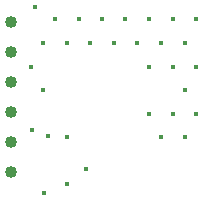
<source format=gbr>
%FSTAX23Y23*%
%MOIN*%
%SFA1B1*%

%IPPOS*%
%ADD32C,0.040157*%
%ADD33C,0.015748*%
%LNpcb1_pth_drill-1*%
%LPD*%
G54D32*
X-00315Y0025D03*
Y0015D03*
Y0005D03*
Y-0005D03*
Y-0015D03*
Y-0025D03*
G54D33*
X-00207Y00023D03*
X-00204Y-00319D03*
X-00236Y003D03*
X-00244Y-00109D03*
X-00129Y-00134D03*
X00146Y-00055D03*
X-00065Y-0024D03*
X00303Y00259D03*
X00264Y0018D03*
X00303Y00102D03*
X00264Y00023D03*
X00303Y-00055D03*
X00264Y-00134D03*
X00225Y00259D03*
X00185Y0018D03*
X00225Y00102D03*
Y-00055D03*
X00185Y-00134D03*
X00146Y00259D03*
X00106Y0018D03*
X00146Y00102D03*
X00067Y00259D03*
X00028Y0018D03*
X-00011Y00259D03*
X-0005Y0018D03*
X-00089Y00259D03*
X-00129Y0018D03*
Y-00291D03*
X-00168Y00259D03*
X-00207Y0018D03*
X-00247Y00102D03*
X-0019Y-0013D03*
M02*
</source>
